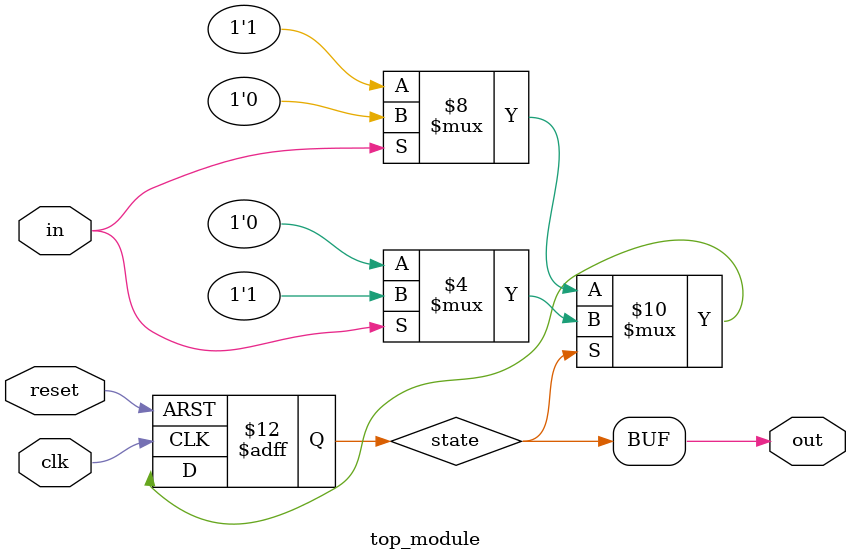
<source format=sv>
module top_module (
	input clk,
	input in,
	input reset,
	output reg out
);

parameter INITIAL_STATE = 1'b0;  // Initial state B
reg state;

always @(posedge clk or posedge reset) begin
	if (reset) begin
		state <= INITIAL_STATE;
	end else begin
		if (state == 1'b0) begin  // Current state is B
			if (in) begin
				state <= 1'b0;  // Next state is B
			end else begin
				state <= 1'b1;  // Next state is A
			end
		end else begin  // Current state is A
			if (in) begin
				state <= 1'b1;  // Next state is A
			end else begin
				state <= 1'b0;  // Next state is B
			end
		end
	end
end

assign out = state;

endmodule

</source>
